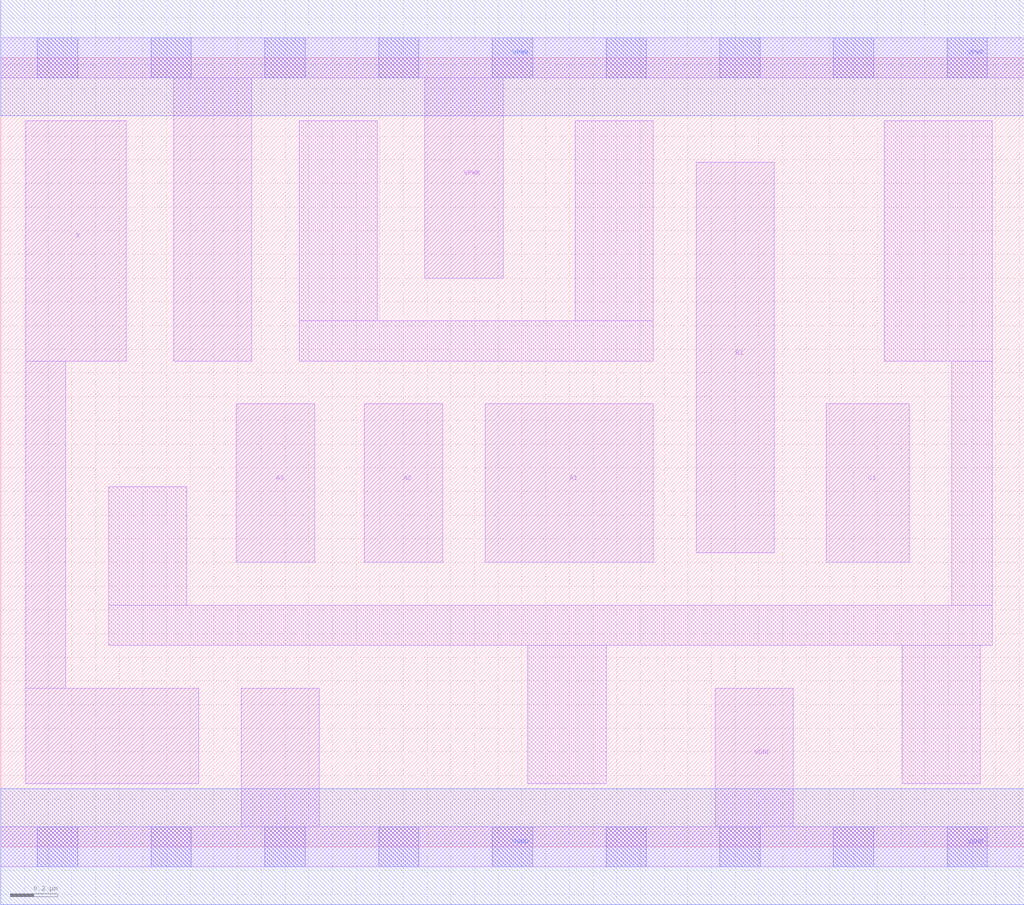
<source format=lef>
# Copyright 2020 The SkyWater PDK Authors
#
# Licensed under the Apache License, Version 2.0 (the "License");
# you may not use this file except in compliance with the License.
# You may obtain a copy of the License at
#
#     https://www.apache.org/licenses/LICENSE-2.0
#
# Unless required by applicable law or agreed to in writing, software
# distributed under the License is distributed on an "AS IS" BASIS,
# WITHOUT WARRANTIES OR CONDITIONS OF ANY KIND, either express or implied.
# See the License for the specific language governing permissions and
# limitations under the License.
#
# SPDX-License-Identifier: Apache-2.0

VERSION 5.7 ;
  NAMESCASESENSITIVE ON ;
  NOWIREEXTENSIONATPIN ON ;
  DIVIDERCHAR "/" ;
  BUSBITCHARS "[]" ;
UNITS
  DATABASE MICRONS 200 ;
END UNITS
MACRO sky130_fd_sc_lp__a311o_lp
  CLASS CORE ;
  SOURCE USER ;
  FOREIGN sky130_fd_sc_lp__a311o_lp ;
  ORIGIN  0.000000  0.000000 ;
  SIZE  4.320000 BY  3.330000 ;
  SYMMETRY X Y R90 ;
  SITE unit ;
  PIN A1
    ANTENNAGATEAREA  0.313000 ;
    DIRECTION INPUT ;
    USE SIGNAL ;
    PORT
      LAYER li1 ;
        RECT 2.045000 1.200000 2.755000 1.870000 ;
    END
  END A1
  PIN A2
    ANTENNAGATEAREA  0.313000 ;
    DIRECTION INPUT ;
    USE SIGNAL ;
    PORT
      LAYER li1 ;
        RECT 1.535000 1.200000 1.865000 1.870000 ;
    END
  END A2
  PIN A3
    ANTENNAGATEAREA  0.313000 ;
    DIRECTION INPUT ;
    USE SIGNAL ;
    PORT
      LAYER li1 ;
        RECT 0.995000 1.200000 1.325000 1.870000 ;
    END
  END A3
  PIN B1
    ANTENNAGATEAREA  0.376000 ;
    DIRECTION INPUT ;
    USE SIGNAL ;
    PORT
      LAYER li1 ;
        RECT 2.935000 1.240000 3.265000 2.890000 ;
    END
  END B1
  PIN C1
    ANTENNAGATEAREA  0.376000 ;
    DIRECTION INPUT ;
    USE SIGNAL ;
    PORT
      LAYER li1 ;
        RECT 3.485000 1.200000 3.835000 1.870000 ;
    END
  END C1
  PIN X
    ANTENNADIFFAREA  0.404700 ;
    DIRECTION OUTPUT ;
    USE SIGNAL ;
    PORT
      LAYER li1 ;
        RECT 0.105000 0.265000 0.835000 0.670000 ;
        RECT 0.105000 0.670000 0.275000 2.050000 ;
        RECT 0.105000 2.050000 0.530000 3.065000 ;
    END
  END X
  PIN VGND
    DIRECTION INOUT ;
    USE GROUND ;
    PORT
      LAYER li1 ;
        RECT 0.000000 -0.085000 4.320000 0.085000 ;
        RECT 1.015000  0.085000 1.345000 0.670000 ;
        RECT 3.015000  0.085000 3.345000 0.670000 ;
      LAYER mcon ;
        RECT 0.155000 -0.085000 0.325000 0.085000 ;
        RECT 0.635000 -0.085000 0.805000 0.085000 ;
        RECT 1.115000 -0.085000 1.285000 0.085000 ;
        RECT 1.595000 -0.085000 1.765000 0.085000 ;
        RECT 2.075000 -0.085000 2.245000 0.085000 ;
        RECT 2.555000 -0.085000 2.725000 0.085000 ;
        RECT 3.035000 -0.085000 3.205000 0.085000 ;
        RECT 3.515000 -0.085000 3.685000 0.085000 ;
        RECT 3.995000 -0.085000 4.165000 0.085000 ;
      LAYER met1 ;
        RECT 0.000000 -0.245000 4.320000 0.245000 ;
    END
  END VGND
  PIN VPWR
    DIRECTION INOUT ;
    USE POWER ;
    PORT
      LAYER li1 ;
        RECT 0.000000 3.245000 4.320000 3.415000 ;
        RECT 0.730000 2.050000 1.060000 3.245000 ;
        RECT 1.790000 2.400000 2.120000 3.245000 ;
      LAYER mcon ;
        RECT 0.155000 3.245000 0.325000 3.415000 ;
        RECT 0.635000 3.245000 0.805000 3.415000 ;
        RECT 1.115000 3.245000 1.285000 3.415000 ;
        RECT 1.595000 3.245000 1.765000 3.415000 ;
        RECT 2.075000 3.245000 2.245000 3.415000 ;
        RECT 2.555000 3.245000 2.725000 3.415000 ;
        RECT 3.035000 3.245000 3.205000 3.415000 ;
        RECT 3.515000 3.245000 3.685000 3.415000 ;
        RECT 3.995000 3.245000 4.165000 3.415000 ;
      LAYER met1 ;
        RECT 0.000000 3.085000 4.320000 3.575000 ;
    END
  END VPWR
  OBS
    LAYER li1 ;
      RECT 0.455000 0.850000 4.185000 1.020000 ;
      RECT 0.455000 1.020000 0.785000 1.520000 ;
      RECT 1.260000 2.050000 2.755000 2.220000 ;
      RECT 1.260000 2.220000 1.590000 3.065000 ;
      RECT 2.225000 0.265000 2.555000 0.850000 ;
      RECT 2.425000 2.220000 2.755000 3.065000 ;
      RECT 3.730000 2.050000 4.185000 3.065000 ;
      RECT 3.805000 0.265000 4.135000 0.850000 ;
      RECT 4.015000 1.020000 4.185000 2.050000 ;
  END
END sky130_fd_sc_lp__a311o_lp

</source>
